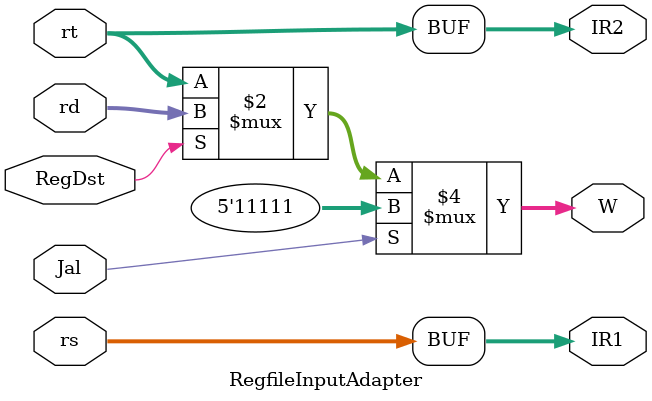
<source format=v>
`timescale 1ns / 1ps

// [combinational logic]
// deals with ~RegFile~'s data input selection
module RegfileInputAdapter
#(
    parameter   DATA_BITS   = 32
) (
    // data lines in
    input   wire    [4:0]               rs,
    input   wire    [4:0]               rt,
    input   wire    [4:0]               rd,
    input   wire                        Jal,
    input   wire                        RegDst,
    output  wire    [4:0]               IR1,
    output  wire    [4:0]               IR2,
    output  reg     [4:0]               W         // index of reg to write to
);

assign IR1 = rs;
assign IR2 = rt;

always @ * begin
    if (Jal) begin
        W <= 31;    // $ra: return address register
    end else begin
        W <= RegDst ? rd : rt;
    end
end

endmodule

</source>
